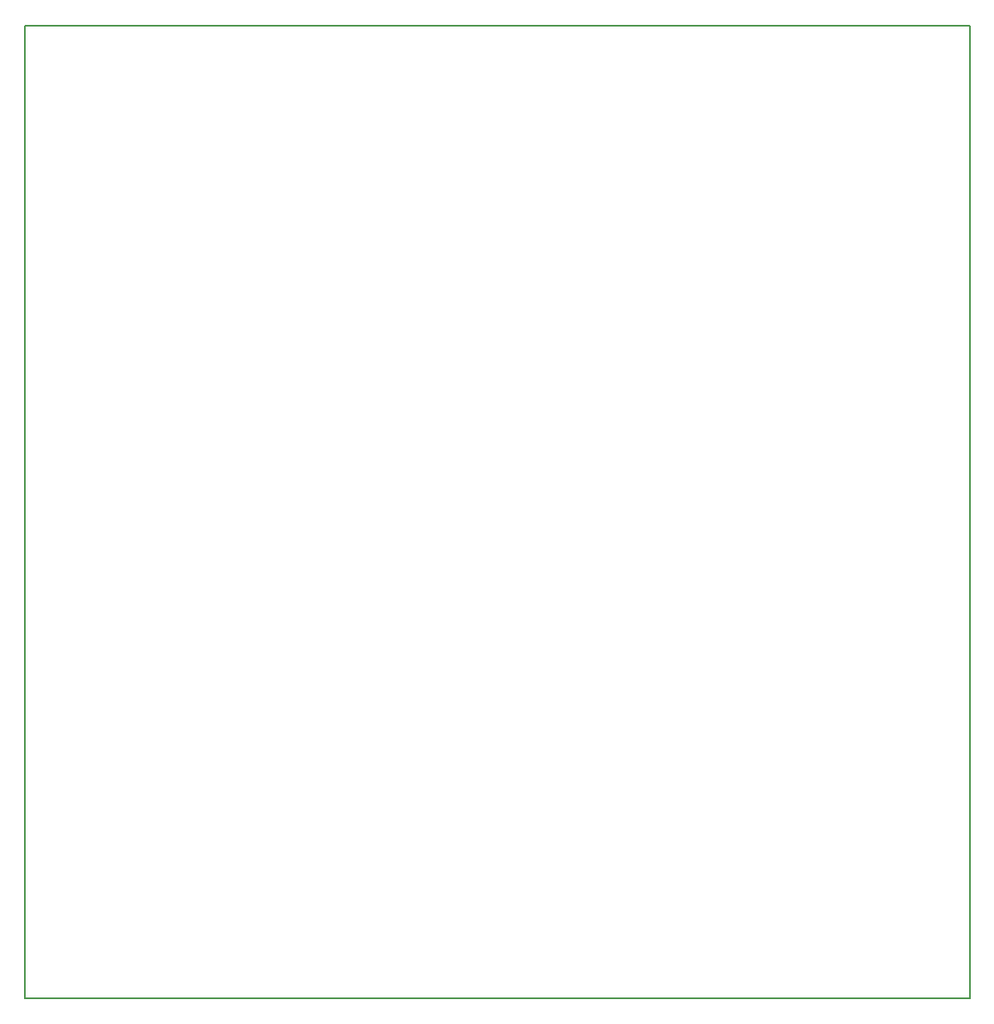
<source format=gbr>
G04 PROTEUS GERBER X2 FILE*
%TF.GenerationSoftware,Labcenter,Proteus,8.9-SP0-Build27865*%
%TF.CreationDate,2023-09-22T01:56:32+00:00*%
%TF.FileFunction,NonPlated,1,2,NPTH*%
%TF.FilePolarity,Positive*%
%TF.Part,Single*%
%TF.SameCoordinates,{f1bbcda0-0957-4744-b51b-1f7c2430d0f4}*%
%FSLAX45Y45*%
%MOMM*%
G01*
%TA.AperFunction,Profile*%
%ADD70C,0.203200*%
%TD.AperFunction*%
D70*
X-10450000Y-7628348D02*
X-800000Y-7628348D01*
X-800000Y+2300000D01*
X-10450000Y+2300000D01*
X-10450000Y-7628348D01*
M02*

</source>
